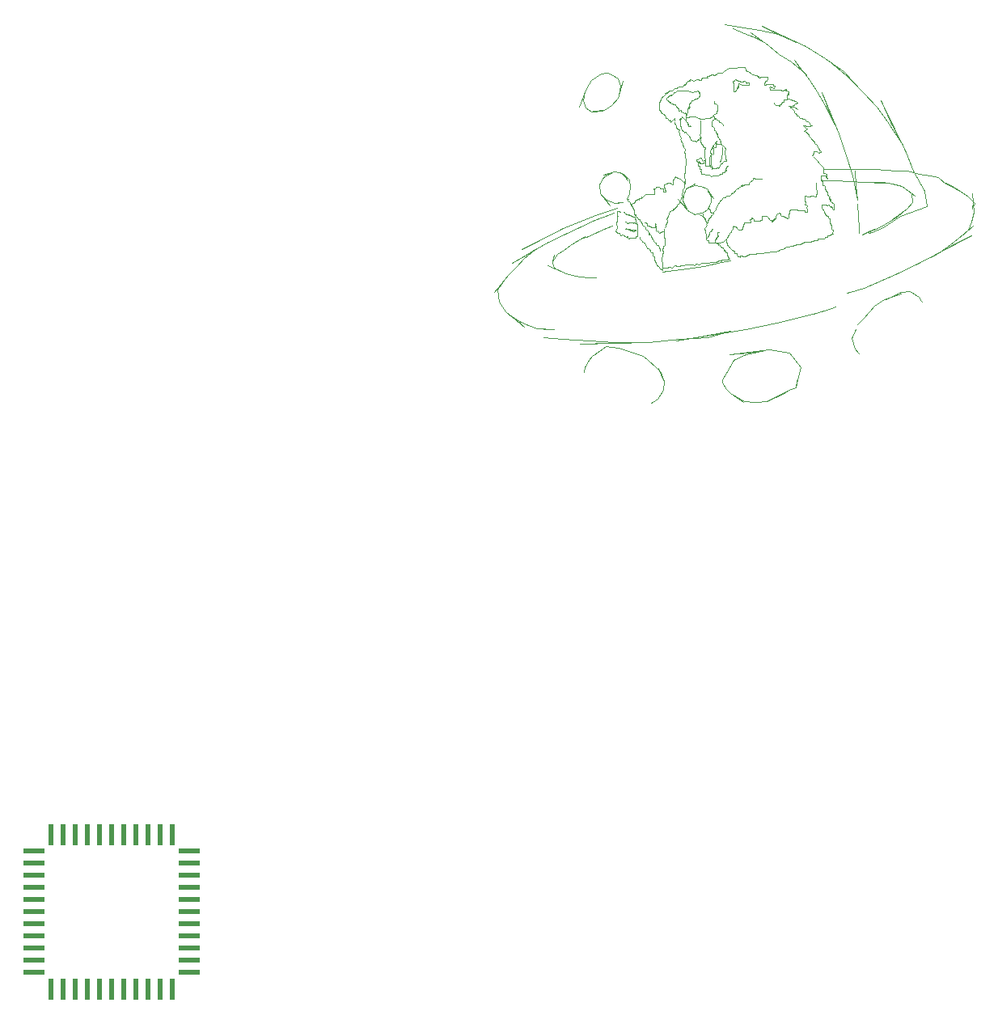
<source format=gbr>
G04 EAGLE Gerber RS-274X export*
G75*
%MOMM*%
%FSLAX34Y34*%
%LPD*%
%INTop Copper*%
%IPPOS*%
%AMOC8*
5,1,8,0,0,1.08239X$1,22.5*%
G01*
%ADD10R,0.600000X2.200000*%
%ADD11R,2.200000X0.600000*%
%ADD12C,0.000000*%


D10*
X-228600Y55600D03*
X-241300Y55600D03*
X-254000Y55600D03*
X-266700Y55600D03*
X-279400Y55600D03*
X-292100Y55600D03*
D11*
X-309600Y38100D03*
X-309600Y25400D03*
X-309600Y12700D03*
X-309600Y0D03*
X-309600Y-12700D03*
X-309600Y-25400D03*
X-309600Y-38100D03*
X-309600Y-50800D03*
X-309600Y-63500D03*
X-309600Y-76200D03*
X-309600Y-88900D03*
D10*
X-292100Y-106400D03*
X-279400Y-106400D03*
X-266700Y-106400D03*
X-254000Y-106400D03*
X-241300Y-106400D03*
X-228600Y-106400D03*
X-215900Y-106400D03*
X-203200Y-106400D03*
X-190500Y-106400D03*
X-177800Y-106400D03*
X-165100Y-106400D03*
D11*
X-147600Y-88900D03*
X-147600Y-76200D03*
X-147600Y-63500D03*
X-147600Y-50800D03*
X-147600Y-38100D03*
X-147600Y-25400D03*
X-147600Y-12700D03*
X-147600Y0D03*
X-147600Y12700D03*
X-147600Y25400D03*
X-147600Y38100D03*
D10*
X-165100Y55600D03*
X-177800Y55600D03*
X-190500Y55600D03*
X-203200Y55600D03*
X-215900Y55600D03*
D12*
X200654Y668045D02*
X216075Y675999D01*
X243492Y690140D01*
X277304Y703433D01*
X295225Y709542D01*
X300380Y711300D01*
X318143Y688612D02*
X319905Y688471D01*
X318143Y688612D02*
X315733Y688805D01*
X313230Y689005D01*
X312488Y689064D01*
X312395Y689072D01*
X316374Y695750D02*
X317502Y695680D01*
X316374Y695750D02*
X314832Y695847D01*
X313230Y695947D01*
X312755Y695977D01*
X312695Y695980D01*
X302085Y717046D02*
X301581Y717007D01*
X302085Y717046D02*
X303051Y717121D01*
X306264Y717418D01*
X297998Y716557D01*
X293993Y718114D01*
X289392Y720154D01*
X284673Y724649D01*
X288662Y719768D01*
X292819Y714098D01*
X282915Y726224D01*
X281882Y735736D01*
X285857Y743254D01*
X295836Y748405D01*
X290979Y746873D01*
X285889Y745691D01*
X296888Y749166D01*
X302879Y748616D01*
X307994Y745854D01*
X311452Y740097D01*
X308660Y743642D01*
X305546Y747373D01*
X313131Y740661D01*
X314316Y734200D01*
X312800Y725995D01*
X310907Y721930D01*
X310292Y720611D01*
X395600Y710699D02*
X396871Y713478D01*
X399123Y718405D01*
X398615Y723479D01*
X395355Y729441D01*
X398119Y725726D01*
X401393Y721800D01*
X394134Y731271D01*
X387935Y733943D01*
X381654Y735181D01*
X374018Y732198D01*
X377665Y734265D01*
X381463Y736639D01*
X372282Y731520D01*
X369987Y725236D01*
X369435Y718719D01*
X372946Y710290D01*
X369106Y715536D01*
X364225Y720919D01*
X374389Y708805D01*
X381383Y704265D01*
X391214Y706728D01*
X394519Y709720D01*
X395600Y710699D01*
X387190Y704691D02*
X389051Y702680D01*
X391561Y699970D01*
X393980Y696890D01*
X394902Y696339D01*
X395000Y696281D01*
X409898Y654336D02*
X419030Y656330D01*
X409898Y654336D02*
X391014Y650213D01*
X367259Y646847D01*
X352754Y644926D01*
X348140Y644315D01*
X295273Y692976D02*
X288648Y690024D01*
X278973Y685714D01*
X268451Y681280D01*
X264503Y680008D01*
X263734Y679760D01*
X259794Y677495D02*
X256524Y675554D01*
X259794Y677495D02*
X266835Y681644D01*
X251359Y672729D01*
X244763Y667111D01*
X238025Y662887D01*
X232868Y655276D01*
X233836Y658552D01*
X234518Y662070D01*
X232696Y654467D01*
X233636Y650302D01*
X236802Y647029D01*
X242228Y645120D01*
X235231Y647908D01*
X227646Y651174D01*
X246880Y642851D01*
X256360Y640317D01*
X270161Y638193D01*
X276428Y638283D01*
X278152Y638307D01*
X565824Y687492D02*
X569821Y689372D01*
X565824Y687492D02*
X557224Y683468D01*
X576181Y692216D01*
X584663Y697248D01*
X593170Y702447D01*
X601805Y709578D01*
X595641Y704669D01*
X588713Y699313D01*
X603453Y710422D01*
X609546Y717285D01*
X608886Y726370D01*
X601770Y731408D01*
X606593Y728070D01*
X611795Y724450D01*
X598443Y734152D01*
X588747Y736374D01*
X578850Y738410D01*
X564356Y738399D01*
X572796Y738080D01*
X581919Y737576D01*
X557848Y738856D01*
X545892Y739254D01*
X526441Y739859D01*
X516806Y740073D01*
X513950Y740136D01*
X516653Y751851D02*
X524641Y751938D01*
X538548Y752088D01*
X554767Y752093D01*
X570274Y752266D01*
X582503Y751102D01*
X592816Y750543D01*
X604275Y749906D01*
X616112Y747003D01*
X628218Y745031D01*
X636787Y743757D01*
X644373Y737024D01*
X651021Y733886D01*
X659716Y728998D01*
X652552Y733004D01*
X644550Y737436D01*
X662264Y727772D01*
X668127Y723527D01*
X674666Y716693D01*
X672565Y710913D01*
X673169Y718319D01*
X672434Y726565D01*
X673850Y706854D01*
X671637Y697281D01*
X668129Y688134D01*
X660087Y681824D01*
X666374Y686840D01*
X673316Y692434D01*
X656770Y679071D01*
X649023Y673259D01*
X640040Y666655D01*
X629347Y660012D01*
X649466Y671226D01*
X671349Y682584D01*
X616695Y653598D01*
X592100Y641768D01*
X558820Y627763D01*
X544757Y623452D01*
X541285Y622387D01*
X224913Y584475D02*
X223783Y584539D01*
X224913Y584475D02*
X227131Y584350D01*
X234380Y584108D01*
X216426Y584954D01*
X207718Y588528D01*
X197869Y592512D01*
X186558Y600700D01*
X194680Y594111D01*
X203540Y586630D01*
X183547Y602660D01*
X176706Y613412D01*
X175129Y626039D01*
X182901Y636765D01*
X177738Y630084D01*
X172035Y622892D01*
X186105Y640935D01*
X194459Y649468D01*
X203525Y658899D01*
X216050Y668713D01*
X204224Y661133D01*
X190687Y653377D01*
X226948Y674788D01*
X246112Y684104D01*
X277096Y698266D01*
X292740Y704613D01*
X297376Y706494D01*
X243040Y574283D02*
X223870Y575675D01*
X243040Y574283D02*
X271532Y572213D01*
X296996Y570475D01*
X320332Y570657D01*
X292220Y569901D01*
X261491Y568754D01*
X333600Y571042D01*
X365410Y573789D01*
X395633Y575967D01*
X418876Y582617D01*
X392147Y577279D01*
X362481Y572890D01*
X435443Y584293D01*
X466972Y590732D01*
X508667Y600899D01*
X525215Y606561D01*
X529302Y607960D01*
X414745Y538918D02*
X410783Y531921D01*
X414745Y538918D02*
X422132Y551962D01*
X435332Y558302D01*
X455837Y562105D01*
X437848Y560036D01*
X417839Y558316D01*
X459700Y563011D01*
X481168Y559720D01*
X493124Y544891D01*
X487753Y524947D01*
X488886Y529618D01*
X489561Y532646D01*
X487920Y523560D01*
X480236Y520688D01*
X473904Y516330D01*
X460933Y511113D01*
X469081Y514790D01*
X477790Y519019D01*
X457472Y508628D01*
X444957Y508054D01*
X433410Y508713D01*
X420806Y516453D01*
X426463Y512551D01*
X432366Y508309D01*
X419368Y517483D01*
X414787Y521454D01*
X410393Y528418D01*
X410707Y531236D01*
X410783Y531921D01*
X619210Y614072D02*
X619984Y612775D01*
X619210Y614072D02*
X616712Y618255D01*
X606950Y623959D01*
X598102Y622899D01*
X581464Y615961D01*
X589617Y618962D01*
X597391Y621821D01*
X580137Y615824D01*
X569465Y608540D01*
X558589Y596371D01*
X552242Y589269D01*
X549948Y584063D02*
X546088Y575304D01*
X549588Y564185D01*
X552927Y559965D01*
X553941Y558683D01*
X332608Y551960D02*
X327522Y556134D01*
X332608Y551960D02*
X340360Y545599D01*
X346402Y539155D01*
X348960Y530918D01*
X346591Y537126D01*
X343655Y543753D01*
X349783Y530161D01*
X348866Y521202D01*
X342433Y511763D01*
X337888Y508191D01*
X336426Y507041D01*
X327522Y556134D02*
X317766Y559676D01*
X302612Y565179D01*
X288716Y566664D01*
X276317Y557622D01*
X280604Y560988D01*
X284878Y564402D01*
X274679Y556464D01*
X270959Y551860D01*
X266821Y544321D01*
X265819Y540550D01*
X265536Y539482D01*
X406769Y778454D02*
X409117Y778284D01*
X406769Y778454D02*
X403201Y778710D01*
X400279Y776778D01*
X399487Y773417D01*
X400293Y775036D01*
X401338Y776674D01*
X397755Y771182D01*
X398878Y766302D01*
X398727Y758222D01*
X399312Y753437D01*
X399505Y751851D01*
X294648Y850889D02*
X290768Y853079D01*
X294648Y850889D02*
X301485Y847030D01*
X303799Y839566D01*
X302261Y829711D01*
X304260Y836535D01*
X306854Y843938D01*
X301461Y826429D01*
X294341Y819074D01*
X286763Y813650D01*
X274731Y812756D01*
X280046Y812832D01*
X285562Y812881D01*
X273649Y812184D01*
X267472Y816702D01*
X265273Y823576D01*
X266704Y833399D01*
X264269Y825765D01*
X260909Y817501D01*
X268195Y836872D01*
X273413Y844761D01*
X283924Y851942D01*
X289251Y852827D01*
X290768Y853079D01*
X563513Y684866D02*
X567178Y686260D01*
X579444Y690924D01*
X596893Y703221D01*
X624876Y712943D01*
X621898Y729528D01*
X610216Y750022D01*
X602417Y769938D01*
X576133Y824082D01*
X587817Y799226D01*
X599247Y777396D01*
X583460Y802194D01*
X571957Y817196D01*
X557734Y832473D01*
X550296Y840463D01*
X539901Y849945D02*
X524308Y864169D01*
X540203Y849858D01*
X554421Y836161D01*
X537562Y854604D01*
X518106Y867995D01*
X497388Y881029D01*
X452434Y901671D01*
X470994Y892934D01*
X487825Y885195D01*
X469062Y893347D01*
X449763Y897494D01*
X427250Y901170D01*
X412722Y903543D01*
X421296Y899700D02*
X433831Y894082D01*
X444256Y889779D01*
X453102Y885746D01*
X446639Y889813D01*
X439800Y894857D01*
X458912Y881235D01*
X470174Y872617D01*
X482183Y864600D01*
X498329Y850799D01*
X492053Y858221D01*
X485949Y866390D01*
X502029Y845520D01*
X509621Y833027D01*
X518524Y818842D01*
X528640Y798820D01*
X521672Y814804D01*
X514449Y832690D01*
X532355Y789530D01*
X539846Y766612D01*
X547295Y745626D01*
X552267Y720028D01*
X550581Y734722D01*
X549337Y750487D01*
X550633Y735265D01*
X551498Y725117D01*
X552061Y715816D02*
X552833Y703089D01*
X553634Y689873D01*
X553871Y685956D01*
X553901Y685467D01*
X317161Y716743D02*
X316600Y716706D01*
X317161Y716743D02*
X318436Y716827D01*
X319369Y718324D01*
X319839Y719716D01*
X320621Y719772D01*
X320975Y719669D01*
X321401Y719603D01*
X321483Y719911D01*
X321361Y720084D01*
X321394Y720468D01*
X322089Y720357D01*
X322529Y720265D01*
X323210Y720156D01*
X323262Y720523D01*
X323153Y720703D01*
X323240Y721140D01*
X324078Y721289D01*
X324743Y721736D01*
X325581Y721885D01*
X325667Y722322D01*
X325560Y722501D01*
X325595Y722813D01*
X326055Y722800D01*
X326391Y722609D01*
X327044Y722718D01*
X327397Y723562D01*
X328145Y724393D01*
X329070Y725148D01*
X330191Y725409D01*
X331227Y725382D01*
X332539Y725885D01*
X334712Y725892D01*
X336862Y726093D01*
X339757Y725831D01*
X339659Y728288D01*
X339246Y729748D01*
X339013Y731655D01*
X340029Y732008D01*
X340617Y732059D01*
X341273Y732195D01*
X341334Y732753D01*
X341128Y733094D01*
X341206Y733786D01*
X342479Y733281D01*
X343466Y733332D01*
X344744Y733190D01*
X345080Y732540D01*
X345194Y732114D01*
X345488Y731526D01*
X346468Y731392D01*
X347399Y731466D01*
X348670Y731260D01*
X348614Y729918D01*
X348747Y728386D01*
X350909Y728624D01*
X350440Y731378D01*
X349956Y733344D01*
X349800Y736057D01*
X351967Y736863D01*
X353883Y737532D01*
X355886Y737424D01*
X357135Y736620D01*
X357868Y736226D01*
X358987Y735664D01*
X359253Y737460D01*
X359026Y738672D01*
X359152Y740241D01*
X360030Y741522D01*
X360842Y742595D01*
X361457Y743955D01*
X362734Y743540D01*
X363647Y743064D01*
X365138Y742332D01*
X367076Y740675D01*
X368900Y739655D01*
X371408Y737016D01*
X371488Y739229D01*
X371378Y740452D01*
X371060Y744362D01*
X371945Y751139D01*
X372603Y760256D01*
X371626Y766828D01*
X371036Y770388D01*
X371461Y771746D01*
X371442Y773030D01*
X370886Y773796D01*
X370458Y774366D01*
X370055Y774851D01*
X370000Y775389D01*
X370133Y775772D01*
X370104Y776260D01*
X369694Y776627D01*
X369239Y776938D01*
X368838Y777306D01*
X368783Y777782D01*
X368889Y778173D01*
X368867Y778985D01*
X368356Y780072D01*
X367798Y781483D01*
X367041Y782533D01*
X366944Y783603D01*
X367177Y784376D01*
X367141Y785212D01*
X366680Y785810D01*
X366241Y786376D01*
X365706Y787157D01*
X365511Y788376D01*
X365690Y789808D01*
X365258Y790908D01*
X365214Y791829D01*
X365376Y792404D01*
X365317Y793158D01*
X364377Y793541D01*
X363670Y794185D01*
X362598Y794879D01*
X362410Y796191D01*
X362112Y797714D01*
X361887Y798613D01*
X360899Y800565D01*
X361231Y799225D01*
X360318Y799531D01*
X360408Y800206D01*
X360409Y800791D01*
X360442Y801232D01*
X360456Y801414D01*
X360522Y802796D02*
X360644Y805356D01*
X358252Y803109D01*
X356505Y801441D01*
X356005Y802410D01*
X355886Y802815D01*
X355716Y803269D01*
X355226Y803317D01*
X354868Y803110D01*
X354296Y803196D01*
X354029Y803827D01*
X353672Y804415D01*
X353347Y805060D01*
X352636Y805239D01*
X352080Y805417D01*
X351395Y805499D01*
X351343Y806046D01*
X351550Y806400D01*
X351472Y806934D01*
X351008Y807167D01*
X350528Y807484D01*
X350056Y808432D01*
X349013Y809587D01*
X347558Y810664D01*
X346108Y811158D01*
X345929Y812046D01*
X346124Y812385D01*
X346137Y812846D01*
X345824Y812879D01*
X345651Y812777D01*
X345337Y812810D01*
X345357Y813278D01*
X345517Y813580D01*
X345537Y814048D01*
X345223Y814081D01*
X345050Y813977D01*
X344696Y814024D01*
X344802Y814669D01*
X344783Y815200D01*
X344899Y816368D01*
X344617Y818086D01*
X344540Y820233D01*
X344453Y821992D01*
X345014Y822667D01*
X345254Y822816D01*
X345501Y823058D01*
X345470Y823481D01*
X345327Y823825D01*
X345345Y824260D01*
X345649Y824295D01*
X345829Y824187D01*
X346317Y824288D01*
X346440Y825251D01*
X346663Y826223D01*
X347190Y827383D01*
X348519Y828175D01*
X349612Y829241D01*
X350829Y829942D01*
X350971Y830701D01*
X350632Y831200D01*
X351354Y831467D01*
X351866Y831500D01*
X352240Y831332D01*
X352721Y831386D01*
X352738Y831887D01*
X352555Y832220D01*
X352570Y832728D01*
X353098Y832802D01*
X353389Y832509D01*
X353871Y832550D01*
X353891Y832880D01*
X353771Y833054D01*
X353852Y833362D01*
X354285Y833288D01*
X354612Y833220D01*
X355044Y833146D01*
X355126Y833454D01*
X355001Y833631D01*
X355057Y834059D01*
X355870Y834106D01*
X356604Y834252D01*
X357691Y834453D01*
X358669Y835243D01*
X359834Y836043D01*
X360730Y836903D01*
X361698Y836890D01*
X362218Y836785D01*
X362862Y836711D01*
X362912Y837071D01*
X362808Y837246D01*
X362841Y837552D01*
X363277Y837569D01*
X363620Y837426D01*
X364044Y837395D01*
X364285Y837642D01*
X364434Y837882D01*
X364982Y838349D01*
X366382Y838231D01*
X367855Y838315D01*
X369340Y838334D01*
X369710Y839050D01*
X369833Y839468D01*
X370007Y839909D01*
X370503Y840019D01*
X370839Y839713D01*
X371371Y839792D01*
X371658Y840637D01*
X370299Y840281D01*
X371583Y841055D01*
X372080Y841089D01*
X372276Y840997D01*
X372632Y841089D01*
X372733Y841680D01*
X372788Y842275D01*
X373056Y842969D01*
X373807Y843469D01*
X374586Y844059D01*
X375255Y844687D01*
X375910Y844713D01*
X376260Y844556D01*
X376693Y844577D01*
X376729Y844880D01*
X376618Y845062D01*
X376915Y846250D01*
X381187Y844428D01*
X383834Y845892D01*
X388388Y844708D01*
X388751Y846075D01*
X388633Y846265D01*
X388823Y847021D01*
X390473Y847251D01*
X392336Y847428D01*
X393494Y847483D01*
X395257Y847983D01*
X394442Y848334D01*
X394807Y849281D01*
X396249Y849493D01*
X397836Y850030D01*
X399314Y850745D01*
X400791Y850745D01*
X401814Y850535D01*
X403061Y850357D01*
X403165Y850885D01*
X403058Y851064D01*
X403092Y851371D01*
X403536Y851377D01*
X403877Y851212D01*
X404399Y851234D01*
X404727Y851682D01*
X405058Y852130D01*
X405703Y852686D01*
X406906Y852799D01*
X408304Y852795D01*
X410274Y853111D01*
X412414Y854414D01*
X414991Y855806D01*
X417523Y857589D01*
X421130Y857758D01*
X424959Y857503D01*
X427845Y858278D01*
X429529Y858599D01*
X430135Y858523D01*
X431657Y858421D01*
X433890Y858531D01*
X435493Y856301D01*
X436072Y854394D01*
X437541Y854041D01*
X438279Y853941D01*
X439128Y853904D01*
X439212Y853471D01*
X439098Y853286D01*
X439212Y852789D01*
X440131Y852458D01*
X441071Y851876D01*
X441938Y851234D01*
X442800Y851245D01*
X443318Y851351D01*
X443974Y851423D01*
X444008Y851051D01*
X443881Y850871D01*
X444031Y850438D01*
X444802Y850468D01*
X445564Y850326D01*
X446255Y850144D01*
X446776Y849878D01*
X447119Y849650D01*
X447635Y849583D01*
X447530Y849254D01*
X447484Y849062D01*
X447572Y848777D01*
X448019Y848729D01*
X448310Y849017D01*
X448782Y848977D01*
X448820Y848663D01*
X448710Y848480D01*
X448943Y847515D01*
X452247Y848834D01*
X454902Y848128D01*
X457393Y848232D01*
X458380Y848273D01*
X458252Y847937D01*
X457996Y847267D01*
X457622Y846242D01*
X457219Y845319D01*
X456738Y844426D01*
X455965Y844410D01*
X455347Y844224D01*
X455275Y843641D01*
X455461Y843310D01*
X455476Y842849D01*
X455162Y842815D01*
X454990Y842918D01*
X454633Y842873D01*
X454802Y842194D01*
X454725Y841695D01*
X454740Y840359D01*
X458028Y841205D01*
X460150Y840642D01*
X463536Y840862D01*
X463845Y839656D01*
X463734Y839472D01*
X463772Y839159D01*
X464241Y839115D01*
X464546Y839421D01*
X465430Y839204D01*
X464518Y836962D01*
X462443Y837408D01*
X460355Y837978D01*
X460008Y837088D01*
X460134Y836683D01*
X460204Y836021D01*
X460400Y834917D01*
X461885Y834958D01*
X463074Y835080D01*
X464391Y835050D01*
X465589Y835060D01*
X467468Y835042D01*
X470671Y835241D01*
X473900Y834439D01*
X477295Y835948D01*
X477863Y834516D01*
X477040Y834167D01*
X478464Y833767D01*
X479104Y833683D01*
X480091Y833150D01*
X479970Y832237D01*
X480060Y831434D01*
X480054Y830844D01*
X480145Y830170D01*
X479232Y829864D01*
X479564Y831200D01*
X478494Y829135D01*
X478381Y828003D01*
X477935Y826386D01*
X477908Y824737D01*
X476750Y824723D01*
X476059Y824953D01*
X475060Y824987D01*
X474903Y824009D01*
X474889Y823271D01*
X474790Y822433D01*
X474165Y822279D01*
X473835Y822599D01*
X473336Y822487D01*
X473167Y822041D01*
X473025Y821646D01*
X472904Y821235D01*
X472588Y821185D01*
X472410Y821290D01*
X472098Y821256D01*
X472113Y820794D01*
X472293Y820467D01*
X472253Y819968D01*
X471793Y819806D01*
X471405Y819664D01*
X470992Y819542D01*
X470941Y819227D01*
X471053Y819044D01*
X470920Y818427D01*
X469167Y818897D01*
X467898Y818733D01*
X466190Y818586D01*
X465544Y819669D01*
X464860Y820382D01*
X464517Y821003D01*
X464387Y821239D01*
X372718Y807239D02*
X372471Y806220D01*
X372718Y807239D02*
X373308Y809677D01*
X374378Y812439D01*
X374065Y815636D01*
X375081Y815890D01*
X375262Y815780D01*
X375574Y815814D01*
X375555Y816281D01*
X375395Y816584D01*
X375375Y817051D01*
X375688Y817085D01*
X375866Y816978D01*
X376410Y817085D01*
X376152Y818401D01*
X375958Y819324D01*
X375819Y820574D01*
X376470Y820878D01*
X376877Y821004D01*
X377331Y821172D01*
X377377Y821664D01*
X377178Y822015D01*
X377223Y822508D01*
X377681Y822671D01*
X378070Y822814D01*
X378483Y822935D01*
X378532Y823251D01*
X378427Y823429D01*
X378461Y823734D01*
X378895Y823755D01*
X379247Y823595D01*
X379842Y823629D01*
X380528Y824054D01*
X381277Y824444D01*
X382056Y824635D01*
X382139Y825052D01*
X382029Y825232D01*
X382083Y825599D01*
X382755Y825496D01*
X383239Y825370D01*
X383923Y825336D01*
X384122Y825843D01*
X384247Y826253D01*
X384475Y826740D01*
X385087Y826920D01*
X385673Y826981D01*
X386332Y827113D01*
X386386Y827676D01*
X386204Y828003D01*
X386189Y828465D01*
X386502Y828500D01*
X386679Y828392D01*
X387191Y828490D01*
X386863Y829829D01*
X386893Y830688D01*
X387175Y832069D01*
X386457Y832153D01*
X386133Y831967D01*
X385671Y831954D01*
X385635Y832265D01*
X385746Y832447D01*
X385289Y834176D01*
X378926Y832242D01*
X373806Y833920D01*
X368528Y833721D01*
X365621Y833968D01*
X364299Y833983D01*
X362945Y834110D01*
X362568Y833452D01*
X362241Y832996D01*
X361783Y832628D01*
X361229Y832604D01*
X360847Y832787D01*
X360203Y832612D01*
X359817Y831749D01*
X359020Y830851D01*
X358071Y830121D01*
X355051Y829203D01*
X356905Y829939D01*
X357001Y828908D01*
X356224Y828967D01*
X355692Y829069D01*
X354931Y829132D01*
X354424Y828496D01*
X354162Y827861D01*
X353914Y827117D01*
X353059Y827117D01*
X352034Y826375D01*
X352551Y824856D01*
X353389Y823698D01*
X354289Y822764D01*
X354806Y821891D01*
X355477Y821672D01*
X355816Y822000D01*
X356312Y821886D01*
X356485Y821443D01*
X356614Y821035D01*
X356848Y820481D01*
X357719Y820548D01*
X358351Y820699D01*
X359237Y820853D01*
X359309Y820427D01*
X359201Y820249D01*
X359254Y819882D01*
X359923Y819981D01*
X360426Y820130D01*
X361267Y820088D01*
X361663Y819305D01*
X361954Y818420D01*
X362174Y817751D01*
X363013Y816072D01*
X362694Y817424D01*
X363587Y817090D01*
X363648Y816423D01*
X363876Y815878D01*
X363911Y815235D01*
X364271Y815177D01*
X364452Y815286D01*
X364827Y815220D01*
X364917Y814602D01*
X364997Y814051D01*
X365156Y813325D01*
X365908Y813352D01*
X366397Y813483D01*
X367052Y813581D01*
X367130Y813229D01*
X367039Y813043D01*
X367072Y812529D01*
X367998Y812062D01*
X368970Y811536D01*
X369941Y811043D01*
X370738Y810814D01*
X371419Y810857D01*
X372525Y809886D01*
X372401Y807358D01*
X372473Y804501D01*
X372502Y802018D01*
X373445Y800964D01*
X373939Y800688D01*
X374320Y800281D01*
X374299Y799793D01*
X374222Y799434D01*
X374168Y799016D01*
X374473Y798934D01*
X374647Y799056D01*
X375031Y799022D01*
X374925Y798331D01*
X374806Y797874D01*
X374751Y797084D01*
X375529Y797138D01*
X376050Y797272D01*
X376710Y797353D01*
X377026Y796691D01*
X376302Y796527D01*
X376869Y796574D01*
X377277Y796608D01*
X374227Y806432D02*
X372471Y806220D01*
X374227Y806432D02*
X377432Y806820D01*
X382237Y806797D01*
X385531Y805043D01*
X388646Y804595D01*
X391063Y804853D01*
X393255Y805044D01*
X395251Y805012D01*
X396673Y805280D01*
X398225Y805214D01*
X398360Y805827D01*
X398251Y806009D01*
X398289Y806323D01*
X398758Y806366D01*
X399064Y806064D01*
X399569Y806172D01*
X399738Y806617D01*
X399874Y807020D01*
X400039Y807475D01*
X400531Y807521D01*
X400882Y807320D01*
X401438Y807380D01*
X401575Y808034D01*
X401625Y808631D01*
X401893Y809361D01*
X402685Y809729D01*
X403554Y810190D01*
X404294Y810813D01*
X404522Y811648D01*
X404696Y812207D01*
X404764Y812823D01*
X405123Y812882D01*
X405300Y812775D01*
X405652Y812823D01*
X405547Y813467D01*
X405564Y813998D01*
X405454Y815222D01*
X405560Y816749D01*
X405284Y818610D01*
X404667Y819931D01*
X403725Y820327D01*
X403116Y820360D01*
X402377Y820558D01*
X402410Y821447D01*
X402447Y822203D01*
X402491Y822794D01*
X402509Y823041D01*
X372471Y806220D02*
X372443Y805285D01*
X372378Y803141D01*
X370318Y805757D01*
X368574Y807348D01*
X367990Y806472D01*
X367843Y806035D01*
X367628Y805510D01*
X366916Y804045D01*
X367214Y805415D01*
X365798Y804789D01*
X366395Y802806D01*
X366193Y800698D01*
X366526Y798908D01*
X366410Y797778D01*
X366430Y797247D01*
X366324Y796602D01*
X366677Y796555D01*
X366851Y796659D01*
X367156Y796625D01*
X367177Y796191D01*
X367018Y795840D01*
X367052Y795244D01*
X367477Y794558D01*
X367867Y793809D01*
X368058Y793030D01*
X368475Y792948D01*
X368654Y793055D01*
X368966Y793020D01*
X368949Y792556D01*
X368778Y792242D01*
X368789Y791724D01*
X369303Y791709D01*
X369640Y791899D01*
X370136Y791856D01*
X370300Y791399D01*
X370436Y791002D01*
X370602Y790547D01*
X371093Y790498D01*
X371452Y790708D01*
X372072Y790599D01*
X372395Y789931D01*
X372913Y789252D01*
X374130Y788592D01*
X375479Y786798D01*
X376943Y784600D01*
X377976Y782162D01*
X380163Y781632D01*
X381803Y781296D01*
X383689Y781148D01*
X384129Y781977D01*
X384250Y782393D01*
X384420Y782832D01*
X384885Y782916D01*
X385256Y782746D01*
X385849Y782751D01*
X386305Y783349D01*
X386594Y783961D01*
X386723Y784578D01*
X387098Y784648D01*
X387283Y784534D01*
X388197Y784756D01*
X386963Y787851D01*
X387648Y790336D01*
X387425Y793794D01*
X387618Y796779D01*
X387981Y799978D01*
X388054Y802120D01*
X388091Y803216D01*
X411043Y798496D02*
X411520Y797809D01*
X411043Y798496D02*
X410220Y799680D01*
X408755Y800991D01*
X407441Y801496D01*
X407256Y802220D01*
X407372Y802407D01*
X407284Y802849D01*
X406276Y802864D01*
X405413Y803321D01*
X404390Y803593D01*
X404068Y804205D01*
X403948Y804620D01*
X403747Y805125D01*
X403067Y805097D01*
X402569Y804945D01*
X401800Y804895D01*
X401849Y805642D01*
X401864Y806192D01*
X401895Y806637D01*
X401908Y806820D01*
X402150Y806307D01*
X402848Y804823D01*
X400305Y803373D01*
X399327Y801307D01*
X399714Y799595D01*
X399891Y798421D01*
X399968Y797192D01*
X400706Y796578D01*
X401378Y796086D01*
X402026Y795411D01*
X402101Y794339D01*
X402232Y793437D01*
X402247Y792441D01*
X402717Y792346D01*
X402902Y792459D01*
X403330Y792372D01*
X403480Y791585D01*
X403845Y790874D01*
X404045Y790043D01*
X404520Y789943D01*
X404699Y790051D01*
X405012Y790017D01*
X404993Y789549D01*
X404832Y789249D01*
X404813Y788772D01*
X405139Y788754D01*
X405318Y788878D01*
X405862Y788681D01*
X405705Y787516D01*
X405837Y786413D01*
X406045Y785063D01*
X406903Y783966D01*
X407714Y782800D01*
X408523Y781890D01*
X408609Y780979D01*
X408424Y780395D01*
X408503Y779586D01*
X409103Y778734D01*
X409634Y777703D01*
X410265Y776750D01*
X411099Y776146D01*
X411938Y775614D01*
X413093Y774817D01*
X413614Y772846D01*
X413148Y770656D01*
X413229Y768377D01*
X413979Y765797D01*
X414055Y763558D01*
X414620Y760603D01*
X413323Y760442D01*
X412759Y760592D01*
X411942Y760642D01*
X411383Y759768D01*
X410810Y759031D01*
X410522Y758150D01*
X409897Y758054D01*
X409553Y758253D01*
X409041Y758235D01*
X409025Y757723D01*
X409216Y757385D01*
X409172Y756889D01*
X408715Y756725D01*
X408316Y756590D01*
X407874Y756423D01*
X407790Y755958D01*
X407962Y755586D01*
X407949Y755058D01*
X407481Y754524D01*
X407081Y753948D01*
X406802Y753343D01*
X406342Y753183D01*
X405940Y753300D01*
X405106Y753422D01*
X403626Y753156D01*
X401898Y753114D01*
X400049Y753082D01*
X399429Y754266D01*
X398171Y754920D01*
X396808Y755212D01*
X395237Y755110D01*
X394104Y754986D01*
X392492Y754996D01*
X392489Y757119D01*
X392708Y758625D01*
X392690Y760630D01*
X391272Y760911D01*
X390326Y760826D01*
X389195Y760987D01*
X388999Y762002D01*
X388917Y762764D01*
X388750Y763879D01*
X387189Y763937D01*
X386117Y763202D01*
X385367Y762352D01*
X384658Y762314D01*
X384279Y762497D01*
X383385Y762268D01*
X383489Y760259D01*
X384937Y759408D01*
X386268Y758949D01*
X386673Y758189D01*
X387155Y757525D01*
X387725Y757545D01*
X388091Y757558D01*
X415992Y755276D02*
X416327Y755756D01*
X415992Y755276D02*
X415140Y754053D01*
X414337Y752391D01*
X414402Y750449D01*
X413716Y750292D01*
X413535Y750401D01*
X413224Y750366D01*
X413237Y749905D01*
X413425Y749574D01*
X413331Y748877D01*
X412211Y748823D01*
X411371Y748747D01*
X410298Y748780D01*
X410215Y748121D01*
X410423Y747770D01*
X410345Y747152D01*
X409482Y747055D01*
X408727Y747053D01*
X407931Y746872D01*
X407626Y746347D01*
X407301Y745874D01*
X406295Y745231D01*
X403919Y745312D01*
X401221Y745091D01*
X398717Y744626D01*
X397498Y745357D01*
X396748Y745843D01*
X395406Y746372D01*
X393254Y746346D01*
X391069Y746598D01*
X388642Y746772D01*
X388567Y748193D01*
X388760Y748850D01*
X388906Y749731D01*
X388480Y749803D01*
X388303Y749695D01*
X387935Y749747D01*
X388039Y750420D01*
X388165Y750904D01*
X388198Y751588D01*
X387692Y751788D01*
X387281Y751910D01*
X386688Y752201D01*
X386559Y753180D01*
X386619Y754127D01*
X386489Y755104D01*
X385899Y755398D01*
X385479Y755514D01*
X384869Y755799D01*
X384942Y756918D01*
X385314Y757742D01*
X385440Y758724D01*
X385896Y758816D01*
X386077Y758706D01*
X386429Y758755D01*
X386389Y759341D01*
X386137Y759683D01*
X386436Y760268D01*
X386977Y758996D01*
X387504Y758431D01*
X387895Y757849D01*
X387536Y783408D02*
X387490Y783992D01*
X387536Y783408D02*
X387640Y782102D01*
X387966Y780427D01*
X388153Y778706D01*
X388899Y778527D01*
X389080Y778637D01*
X389391Y778602D01*
X389377Y778140D01*
X389196Y777813D01*
X389237Y777314D01*
X389695Y777151D01*
X390091Y777015D01*
X390548Y776850D01*
X390594Y776357D01*
X390394Y776006D01*
X390441Y775514D01*
X390893Y775345D01*
X391308Y775226D01*
X392448Y774584D01*
X391681Y771126D01*
X392360Y767679D01*
X392231Y764325D01*
X392387Y762085D01*
X392415Y760755D01*
X392487Y759055D01*
X390840Y758734D01*
X389532Y758113D01*
X388571Y757743D01*
X404436Y781075D02*
X404912Y781589D01*
X404436Y781075D02*
X403257Y779802D01*
X403417Y777447D01*
X403647Y775210D01*
X402699Y774742D01*
X402241Y774695D01*
X401469Y774035D01*
X401691Y771961D01*
X400903Y770162D01*
X401239Y767844D01*
X400289Y767658D01*
X399919Y767886D01*
X398932Y767659D01*
X398300Y765984D01*
X397329Y764102D01*
X397019Y761676D01*
X397199Y759192D01*
X397055Y756751D01*
X397974Y755577D01*
X398304Y755155D01*
X407916Y759360D02*
X408569Y760939D01*
X409904Y764161D01*
X410305Y769521D01*
X410314Y773133D01*
X410319Y774980D01*
X424737Y833855D02*
X425689Y836327D01*
X426797Y839207D01*
X425622Y836509D01*
X427357Y837327D01*
X427459Y838441D01*
X427383Y839458D01*
X427864Y841381D01*
X432054Y840235D01*
X434587Y840423D01*
X438556Y840238D01*
X438598Y841499D01*
X438724Y841885D01*
X438556Y842447D01*
X437674Y842342D01*
X437058Y842207D01*
X436168Y842050D01*
X436098Y842476D01*
X436203Y842654D01*
X436167Y842970D01*
X435692Y843008D01*
X435409Y842724D01*
X434935Y842763D01*
X434897Y843077D01*
X435008Y843260D01*
X434709Y844439D01*
X430528Y843601D01*
X427826Y844178D01*
X423965Y846107D01*
X423291Y844878D01*
X423166Y844473D01*
X423040Y844065D01*
X422726Y844013D01*
X422542Y844125D01*
X421724Y843933D01*
X422787Y841246D01*
X422203Y839093D01*
X422341Y836767D01*
X422336Y835457D01*
X422324Y834658D01*
X422362Y834032D01*
X422306Y833613D01*
X422196Y833391D01*
X422503Y833058D01*
X423182Y833422D01*
X423934Y833596D01*
X424469Y833768D01*
X424737Y833855D01*
X479406Y825444D02*
X479810Y825389D01*
X480617Y825279D01*
X481810Y825082D01*
X482744Y825032D01*
X483256Y824690D01*
X483388Y824435D01*
X483668Y824140D01*
X484258Y824234D01*
X484803Y824337D01*
X485453Y824339D01*
X485655Y823845D01*
X485771Y823431D01*
X486005Y822949D01*
X486605Y822761D01*
X487244Y822728D01*
X488118Y822351D01*
X489143Y821114D01*
X487746Y820317D01*
X486808Y820255D01*
X486163Y819675D01*
X485861Y819209D01*
X485490Y818788D01*
X484981Y818793D01*
X484611Y818961D01*
X484146Y818878D01*
X483978Y818436D01*
X483850Y818033D01*
X483590Y817426D01*
X482472Y817669D01*
X481750Y817637D01*
X480065Y817687D01*
X482528Y817060D01*
X483627Y817188D01*
X485581Y817188D01*
X486830Y815999D01*
X488209Y815142D01*
X489215Y814777D01*
X489619Y814630D01*
X482192Y816112D02*
X481809Y816433D01*
X482192Y816112D02*
X482998Y815436D01*
X484274Y814587D01*
X485413Y813756D01*
X485603Y812602D01*
X485859Y811856D01*
X485902Y810952D01*
X486624Y810711D01*
X487287Y810455D01*
X487858Y809886D01*
X488062Y809162D01*
X488374Y808500D01*
X488866Y807991D01*
X489448Y807974D01*
X489827Y808154D01*
X490443Y808000D01*
X490738Y807134D01*
X491222Y806278D01*
X492162Y805392D01*
X493964Y805118D01*
X495568Y804223D01*
X497291Y804148D01*
X497674Y803429D01*
X497787Y803005D01*
X498055Y802457D01*
X499007Y802320D01*
X499963Y801939D01*
X501130Y801521D01*
X501660Y800410D01*
X502212Y799419D01*
X502622Y798500D01*
X503224Y798161D01*
X503634Y798064D01*
X504565Y797572D01*
X500859Y796844D01*
X499923Y796827D01*
X495598Y797824D01*
X497060Y795881D01*
X498159Y795243D01*
X498940Y794487D01*
X499231Y794204D01*
X498919Y793952D02*
X498294Y793446D01*
X497384Y792871D01*
X496452Y791653D01*
X498397Y790725D01*
X499451Y789279D01*
X500931Y788090D01*
X501231Y786970D01*
X501374Y786363D01*
X501622Y785655D01*
X502478Y785295D01*
X503234Y784736D01*
X504032Y784274D01*
X504062Y783775D01*
X503978Y783595D01*
X504004Y783353D01*
X504256Y783345D01*
X504419Y783436D01*
X504677Y783430D01*
X504684Y783171D01*
X504593Y783009D01*
X504600Y782751D01*
X504857Y782744D01*
X505024Y782840D01*
X505339Y782808D01*
X505323Y782344D01*
X505143Y782021D01*
X505188Y781467D01*
X505878Y781389D01*
X506414Y781200D01*
X507179Y781054D01*
X507253Y780173D01*
X507338Y779408D01*
X507582Y778480D01*
X508442Y777933D01*
X509240Y777144D01*
X510033Y776317D01*
X510452Y775367D01*
X510736Y774526D01*
X511094Y773831D01*
X511632Y773531D01*
X512052Y773420D01*
X512553Y773214D01*
X512530Y772540D01*
X512362Y772011D01*
X512357Y771286D01*
X512953Y771080D01*
X513544Y770844D01*
X513612Y770411D01*
X513650Y770174D01*
X512960Y769926D02*
X511267Y769317D01*
X509263Y770316D01*
X506446Y770855D01*
X506337Y769545D01*
X506525Y769009D01*
X506546Y768336D01*
X506041Y768135D01*
X505632Y768009D01*
X505141Y767789D01*
X505006Y767217D01*
X505502Y766600D01*
X504959Y766581D01*
X504638Y766570D01*
X506159Y765017D02*
X509125Y761987D01*
X513141Y757353D01*
X516659Y753837D01*
X516760Y750670D01*
X516408Y749373D01*
X516419Y747818D01*
X517759Y747443D01*
X518674Y747046D01*
X520031Y746781D01*
X520028Y744912D01*
X520039Y743319D01*
X520640Y742307D01*
X520859Y741938D01*
X304585Y707695D02*
X304278Y707424D01*
X303529Y706761D01*
X302418Y707722D01*
X300728Y707989D01*
X300803Y706263D01*
X300881Y704823D01*
X300936Y703997D01*
X301064Y702505D01*
X300893Y703243D01*
X300137Y702841D01*
X300294Y701910D01*
X300286Y700927D01*
X300509Y698823D01*
X299804Y695035D01*
X300110Y690781D01*
X298935Y686672D01*
X300281Y685643D01*
X300886Y685270D01*
X301430Y684847D01*
X302011Y684817D01*
X302388Y684996D01*
X302906Y684881D01*
X303156Y684261D01*
X303556Y683705D01*
X303902Y682956D01*
X304788Y682917D01*
X305542Y683117D01*
X306609Y683123D01*
X307566Y682404D01*
X308810Y681927D01*
X309658Y681269D01*
X310421Y681210D01*
X310796Y681389D01*
X311259Y681303D01*
X311430Y680865D01*
X311550Y680449D01*
X311999Y679605D01*
X314048Y679848D01*
X316088Y679816D01*
X317898Y680119D01*
X319032Y680010D01*
X319579Y680010D01*
X320268Y679938D01*
X320302Y680496D01*
X320106Y680834D01*
X320151Y681330D01*
X320606Y681494D01*
X321010Y681627D01*
X321437Y681802D01*
X321574Y682237D01*
X321459Y682636D01*
X321269Y684072D01*
X321668Y686753D01*
X321806Y690342D01*
X321648Y693469D01*
X320781Y695667D01*
X320240Y697488D01*
X319623Y698948D01*
X319433Y700339D01*
X319256Y701263D01*
X319183Y702431D01*
X318131Y702387D01*
X317505Y702225D01*
X316617Y702073D01*
X316546Y702499D01*
X316654Y702676D01*
X316602Y703045D01*
X315921Y702935D01*
X315478Y702844D01*
X314796Y702733D01*
X314746Y703102D01*
X314849Y703276D01*
X314816Y703590D01*
X314348Y703570D01*
X314046Y703410D01*
X313578Y703390D01*
X313546Y703704D01*
X313647Y703876D01*
X313615Y704191D01*
X313147Y704171D01*
X312845Y704010D01*
X312377Y703991D01*
X312344Y704304D01*
X312449Y704480D01*
X312379Y704907D01*
X311482Y704744D01*
X310906Y704639D01*
X310008Y704476D01*
X309938Y704903D01*
X310044Y705079D01*
X310009Y705391D01*
X309548Y705377D01*
X309218Y705191D01*
X308588Y705271D01*
X308472Y706029D01*
X308524Y706923D01*
X307917Y707034D01*
X307589Y707094D01*
X319491Y687249D02*
X320205Y687269D01*
X319491Y687249D02*
X317792Y687200D01*
X315908Y687721D01*
X313710Y687337D01*
X313540Y688078D01*
X313649Y688258D01*
X313614Y688570D01*
X313147Y688551D01*
X312845Y688391D01*
X312377Y688371D01*
X312344Y688685D01*
X312448Y688859D01*
X312397Y689227D01*
X311723Y689123D01*
X311240Y688996D01*
X310531Y688966D01*
X310383Y689426D01*
X310015Y689778D01*
X309660Y689718D01*
X309391Y689672D01*
X318716Y695698D02*
X319604Y695680D01*
X318716Y695698D02*
X316468Y695743D01*
X313742Y695790D01*
X310845Y695082D01*
X310285Y696169D01*
X310065Y696780D01*
X309630Y696846D01*
X309391Y696881D01*
X329216Y696281D02*
X329778Y696246D01*
X331074Y696166D01*
X331631Y694351D01*
X331787Y692647D01*
X332854Y692580D01*
X333353Y692733D01*
X334024Y692832D01*
X334075Y692463D01*
X333971Y692288D01*
X334005Y691983D01*
X334440Y691964D01*
X334786Y692114D01*
X335302Y692125D01*
X335669Y691700D01*
X335976Y691242D01*
X336520Y690704D01*
X337686Y690791D01*
X338795Y690774D01*
X340117Y690685D01*
X340545Y691696D01*
X340659Y692709D01*
X340587Y693626D01*
X340688Y694382D01*
X340909Y694738D01*
X340668Y695169D01*
X340492Y694928D01*
X340601Y694724D01*
X340654Y694382D01*
X340569Y693856D01*
X340583Y693265D01*
X340502Y692634D01*
X341148Y692324D01*
X341313Y693058D01*
X341153Y691316D01*
X341267Y690420D01*
X341457Y688766D01*
X341484Y687292D01*
X342252Y687160D01*
X342615Y687377D01*
X343185Y687288D01*
X343455Y686658D01*
X343804Y686071D01*
X344356Y685053D01*
X346420Y685773D01*
X347753Y686592D01*
X349675Y686894D01*
X349725Y687863D01*
X349696Y688449D01*
X349620Y688973D01*
X349672Y689321D01*
X349781Y689511D01*
X349642Y689731D01*
X349503Y689511D01*
X349614Y689321D01*
X349677Y688820D01*
X349628Y688070D01*
X349646Y687069D01*
X349632Y685062D01*
X349750Y682124D01*
X350173Y678124D01*
X350132Y674923D01*
X350368Y672701D01*
X349886Y671599D01*
X349002Y671294D01*
X348912Y670348D01*
X348751Y669553D01*
X348339Y668459D01*
X348187Y667026D01*
X348712Y665454D01*
X348254Y662615D01*
X347150Y658272D01*
X347650Y652381D01*
X347781Y648285D01*
X347840Y646418D01*
X347161Y647008D01*
X345804Y648190D01*
X343837Y650005D01*
X341857Y651457D01*
X340894Y653704D01*
X340219Y655735D01*
X339458Y657358D01*
X339358Y658437D01*
X339493Y659026D01*
X339478Y659688D01*
X339086Y660273D01*
X338636Y660827D01*
X338114Y661493D01*
X338014Y662466D01*
X338112Y663480D01*
X337784Y664418D01*
X337049Y664833D01*
X336432Y665193D01*
X335597Y665749D01*
X334947Y666900D01*
X334079Y668127D01*
X333303Y669205D01*
X332608Y669274D01*
X332414Y669177D01*
X331689Y669414D01*
X331341Y671212D01*
X330171Y672760D01*
X329553Y674569D01*
X328406Y675131D01*
X327589Y675453D01*
X326800Y675759D01*
X326445Y676361D01*
X326451Y677007D01*
X326203Y677891D01*
X325318Y678598D01*
X323805Y679246D01*
X323808Y680472D01*
X323810Y681262D01*
X350844Y690874D02*
X350926Y691652D01*
X351090Y693187D01*
X351885Y695330D01*
X352721Y696981D01*
X352612Y698434D01*
X352500Y699431D01*
X352676Y701073D01*
X353744Y703045D01*
X354443Y705502D01*
X355239Y707564D01*
X356650Y708327D01*
X357591Y708906D01*
X358593Y709180D01*
X358710Y709705D01*
X358602Y709885D01*
X358636Y710197D01*
X359103Y710178D01*
X359405Y710018D01*
X359874Y709998D01*
X359905Y710313D01*
X359808Y710482D01*
X359818Y710732D01*
X360059Y710759D01*
X360240Y710673D01*
X361013Y710745D01*
X361888Y711885D01*
X362801Y713331D01*
X363243Y714659D01*
X363893Y715520D01*
X364640Y715653D01*
X365329Y716035D01*
X365645Y716861D01*
X365649Y717692D01*
X365876Y718676D01*
X366433Y719785D01*
X367016Y720914D01*
X367313Y722039D01*
X367871Y722172D01*
X368060Y722054D01*
X369041Y722302D01*
X368314Y725477D01*
X369338Y727884D01*
X368974Y730629D01*
X369839Y731576D01*
X370351Y731844D01*
X371040Y732801D01*
X370944Y734735D01*
X370818Y737095D01*
X370717Y738750D01*
X370669Y739535D01*
X527452Y710132D02*
X527467Y709497D01*
X527452Y710132D02*
X527419Y711512D01*
X527373Y713511D01*
X527125Y715329D01*
X526171Y716416D01*
X525259Y717067D01*
X524442Y717756D01*
X524190Y718678D01*
X524070Y719536D01*
X523980Y720262D01*
X523077Y721526D01*
X523559Y719303D01*
X522633Y721704D01*
X522642Y722533D01*
X522800Y722929D01*
X522697Y723380D01*
X522268Y723555D01*
X521845Y723668D01*
X521130Y724061D01*
X520918Y725476D01*
X520423Y726741D01*
X520475Y728060D01*
X519855Y728411D01*
X519400Y728739D01*
X518993Y729242D01*
X519032Y729964D01*
X519129Y730484D01*
X519203Y731127D01*
X518845Y731178D01*
X518665Y731069D01*
X518192Y731162D01*
X518180Y732160D01*
X518042Y733060D01*
X517988Y734130D01*
X517318Y734756D01*
X516668Y735018D01*
X515966Y735235D01*
X515940Y736046D01*
X515747Y736819D01*
X515334Y738131D01*
X514538Y740108D01*
X514085Y742207D01*
X513671Y745145D01*
X515722Y745050D01*
X516981Y745087D01*
X518598Y745127D01*
X519291Y743940D01*
X520085Y742971D01*
X520601Y742283D01*
X526078Y684659D02*
X526266Y684265D01*
X526078Y684659D02*
X525616Y685626D01*
X526308Y686796D01*
X526685Y688412D01*
X526044Y688522D01*
X525856Y688387D01*
X524465Y688969D01*
X525150Y693099D01*
X523530Y696364D01*
X523538Y699992D01*
X522276Y700732D01*
X521857Y700851D01*
X521407Y701021D01*
X521357Y701510D01*
X521571Y701873D01*
X521398Y702694D01*
X520139Y703248D01*
X519140Y704371D01*
X517907Y704914D01*
X517745Y705706D01*
X517950Y706079D01*
X517929Y706566D01*
X517338Y706846D01*
X517171Y706110D01*
X517323Y707575D01*
X517168Y708249D01*
X516208Y709127D01*
X515310Y710091D01*
X514896Y711720D01*
X514757Y713046D01*
X514704Y714845D01*
X517209Y714503D01*
X519142Y714550D01*
X520892Y714209D01*
X521892Y714360D01*
X522270Y714459D01*
X522676Y714391D01*
X522713Y714092D01*
X522607Y713912D01*
X522671Y713537D01*
X523293Y713451D01*
X523831Y713354D01*
X524453Y713268D01*
X524518Y712892D01*
X524411Y712712D01*
X524449Y712398D01*
X524917Y712354D01*
X525227Y712661D01*
X525917Y712481D01*
X526024Y711551D01*
X526099Y710308D01*
X526945Y709807D01*
X526266Y684265D02*
X525438Y684040D01*
X524016Y683652D01*
X522287Y682866D01*
X520951Y682355D01*
X520807Y681643D01*
X520940Y681456D01*
X520797Y681040D01*
X519986Y681145D01*
X519250Y680993D01*
X518472Y680784D01*
X518165Y680264D01*
X517840Y679790D01*
X516879Y679167D01*
X514885Y679264D01*
X513003Y679129D01*
X510779Y679446D01*
X510587Y678652D01*
X510704Y678464D01*
X510573Y677894D01*
X509422Y677726D01*
X508289Y677896D01*
X506904Y677716D01*
X505683Y676948D01*
X504260Y676403D01*
X502728Y675698D01*
X500788Y675720D01*
X498836Y676182D01*
X496754Y675998D01*
X495112Y674928D01*
X493291Y674195D01*
X491796Y673416D01*
X490393Y673374D01*
X489432Y673598D01*
X488486Y673601D01*
X487971Y673073D01*
X487697Y672571D01*
X486938Y672008D01*
X485611Y671990D01*
X484023Y671945D01*
X482617Y671794D01*
X481588Y671284D01*
X480827Y670821D01*
X480061Y670393D01*
X479197Y670362D01*
X478414Y670535D01*
X477369Y670489D01*
X476318Y669766D01*
X475214Y668881D01*
X474263Y668011D01*
X473190Y667922D01*
X472407Y668087D01*
X471395Y668101D01*
X470400Y667452D01*
X469274Y666747D01*
X468088Y666206D01*
X466965Y666055D01*
X465925Y666043D01*
X465043Y665601D01*
X463999Y665456D01*
X463009Y665692D01*
X461200Y665640D01*
X458795Y664873D01*
X455536Y664595D01*
X453013Y663818D01*
X450938Y663768D01*
X449547Y664115D01*
X447418Y663727D01*
X444852Y662721D01*
X441782Y663013D01*
X439285Y662834D01*
X437601Y661910D01*
X435906Y661582D01*
X434495Y660695D01*
X432637Y660777D01*
X431288Y661004D01*
X429628Y661270D01*
X429486Y660628D01*
X429598Y660446D01*
X429531Y660043D01*
X428691Y660178D01*
X427987Y660164D01*
X427390Y660214D01*
X427140Y660235D01*
X508784Y736174D02*
X508844Y737733D01*
X508784Y736174D02*
X508655Y732763D01*
X509285Y728675D01*
X509169Y723218D01*
X504450Y724221D01*
X501571Y723342D01*
X497134Y724133D01*
X497118Y721073D01*
X497209Y719020D01*
X497484Y717207D01*
X497382Y716081D01*
X497365Y715510D01*
X497334Y714861D01*
X497829Y714666D01*
X498241Y714548D01*
X499091Y714098D01*
X498840Y711754D01*
X499145Y710125D01*
X499871Y706875D01*
X498463Y707229D01*
X497761Y707375D01*
X496808Y707482D01*
X496725Y708121D01*
X496926Y708461D01*
X496891Y709018D01*
X496202Y708947D01*
X495656Y708944D01*
X494440Y708846D01*
X492570Y708866D01*
X490224Y708528D01*
X488887Y709245D01*
X488418Y709497D01*
X487392Y709590D02*
X485439Y709766D01*
X482915Y709488D01*
X480628Y708907D01*
X480442Y707505D01*
X480659Y706737D01*
X480684Y705836D01*
X480218Y705178D01*
X480021Y704354D01*
X479999Y703390D01*
X480022Y702320D01*
X479929Y701309D01*
X479384Y700100D01*
X477418Y700792D01*
X475833Y701629D01*
X474492Y702912D01*
X473369Y702931D01*
X472797Y702776D01*
X472018Y702832D01*
X471734Y703704D01*
X471473Y704494D01*
X470864Y705866D01*
X467949Y705008D01*
X466837Y702554D01*
X466359Y700127D01*
X465159Y699719D01*
X464836Y700035D01*
X464383Y699986D01*
X464323Y699688D01*
X464412Y699494D01*
X464380Y698997D01*
X463603Y697710D01*
X463963Y699077D01*
X462991Y698724D01*
X463148Y698006D01*
X462983Y697027D01*
X461947Y697286D01*
X461884Y697902D01*
X462084Y698259D01*
X462032Y698812D01*
X461398Y698919D01*
X460746Y698635D01*
X459588Y699898D01*
X459018Y701565D01*
X456775Y703148D01*
X454966Y702816D01*
X453551Y702932D01*
X452972Y702969D01*
X452018Y702939D01*
X452034Y701339D01*
X452099Y700226D01*
X452153Y698703D01*
X451346Y698580D01*
X451015Y698770D01*
X450545Y698782D01*
X450525Y698457D01*
X450651Y698277D01*
X450351Y697494D01*
X448117Y698060D01*
X446322Y697883D01*
X443954Y697673D01*
X443249Y699304D01*
X442743Y700558D01*
X441031Y700899D01*
X440901Y700278D01*
X441012Y700094D01*
X440961Y699780D01*
X440550Y699657D01*
X440156Y699521D01*
X439600Y699287D01*
X439653Y698428D01*
X439882Y697728D01*
X439832Y696397D01*
X437579Y696476D01*
X435990Y696197D01*
X433832Y696251D01*
X433638Y695262D01*
X433851Y694902D01*
X433801Y694412D01*
X433349Y694243D01*
X432938Y694120D01*
X432268Y693782D01*
X432226Y692372D01*
X431615Y691249D01*
X431718Y689740D01*
X431137Y689616D01*
X430958Y689724D01*
X430646Y689690D01*
X430660Y689226D01*
X430844Y688906D01*
X430776Y688237D01*
X429633Y688483D01*
X428786Y688387D01*
X427495Y688360D01*
X426885Y689560D01*
X425883Y690485D01*
X425051Y691474D01*
X423901Y691657D01*
X423222Y691966D01*
X422326Y691888D01*
X422287Y692323D01*
X422437Y692500D01*
X422215Y692917D01*
X421995Y691457D01*
X421920Y690839D01*
X421798Y689500D01*
X421029Y688601D01*
X420230Y687701D01*
X419939Y686744D01*
X419718Y685773D01*
X418720Y685628D01*
X417190Y683699D01*
X415358Y680113D01*
X411148Y675962D01*
X407352Y675080D01*
X405513Y674653D01*
X404263Y674626D02*
X401859Y674572D01*
X398834Y674623D01*
X396077Y675015D01*
X395786Y676268D01*
X396010Y676639D01*
X395918Y677206D01*
X395294Y677479D01*
X394687Y677819D01*
X393309Y678721D01*
X393671Y682634D01*
X392951Y686635D01*
X392373Y690519D01*
X393277Y692295D01*
X393751Y693041D01*
X394175Y693773D01*
X394015Y694676D01*
X394106Y695363D01*
X393891Y696265D01*
X394309Y696336D01*
X394493Y696222D01*
X395223Y696402D01*
X395532Y697979D01*
X396232Y699480D01*
X396796Y700940D01*
X397688Y701524D01*
X398298Y701866D01*
X398923Y702137D01*
X399012Y702707D01*
X398796Y703071D01*
X398898Y703691D01*
X399769Y703984D01*
X400548Y704543D01*
X401375Y705191D01*
X401555Y706097D01*
X401668Y706900D01*
X401814Y707654D01*
X402266Y708147D01*
X402757Y708442D01*
X403579Y709448D01*
X404144Y711741D01*
X405587Y714008D01*
X405959Y716516D01*
X406920Y716765D01*
X407107Y716650D01*
X407525Y716728D01*
X407517Y717578D01*
X407686Y718272D01*
X407785Y719173D01*
X408516Y719389D01*
X409131Y719423D01*
X409857Y719706D01*
X410301Y720515D01*
X410915Y721267D01*
X411290Y722081D01*
X411912Y722247D01*
X412293Y722063D01*
X412942Y722097D01*
X413558Y722700D01*
X414292Y723352D01*
X415213Y724068D01*
X416574Y724298D01*
X418003Y724445D01*
X419246Y724883D01*
X419766Y725703D01*
X420110Y726322D01*
X420387Y726919D01*
X420962Y727084D01*
X421303Y726755D01*
X421879Y726918D01*
X422149Y727526D01*
X422523Y728103D01*
X422742Y728694D01*
X423142Y728779D01*
X423330Y728663D01*
X423914Y728807D01*
X424313Y729778D01*
X425156Y730690D01*
X425610Y731644D01*
X426365Y731893D01*
X426710Y731561D01*
X427259Y731710D01*
X427511Y732324D01*
X427922Y732893D01*
X428195Y733530D01*
X428773Y733691D01*
X429108Y733368D01*
X429605Y733481D01*
X429776Y733923D01*
X429911Y734333D01*
X430081Y734777D01*
X430585Y734885D01*
X430891Y734584D01*
X431360Y734626D01*
X431397Y734941D01*
X431291Y735119D01*
X431362Y735545D01*
X432259Y735383D01*
X432836Y735277D01*
X433732Y735115D01*
X433803Y735541D01*
X433694Y735719D01*
X433761Y736124D01*
X434602Y735988D01*
X435304Y736002D01*
X436154Y735928D01*
X436988Y735870D01*
X437747Y735827D01*
X438699Y735808D01*
X438859Y736761D01*
X438839Y737529D01*
X439060Y738386D01*
X439755Y738760D01*
X440340Y739121D01*
X440931Y739341D01*
X441014Y739743D01*
X440903Y739926D01*
X440962Y740286D01*
X441611Y740322D01*
X442116Y740542D01*
X442810Y740616D01*
X442862Y741164D01*
X442649Y741517D01*
X442867Y742627D01*
X445960Y741507D01*
X448492Y742077D01*
X450827Y741978D01*
X451771Y741938D01*
X400106Y689672D02*
X399983Y689398D01*
X399736Y688849D01*
X399365Y688047D01*
X399071Y687334D01*
X398530Y687024D01*
X398109Y686895D01*
X397484Y686618D01*
X397360Y685588D01*
X397290Y684726D01*
X397362Y683699D01*
X396893Y683609D01*
X396714Y683718D01*
X396347Y683665D01*
X396446Y682995D01*
X396590Y682499D01*
X396571Y681694D01*
X395751Y681392D01*
X394971Y680942D01*
X394788Y680349D01*
X394699Y680060D01*
X406728Y686000D02*
X407315Y686068D01*
X406728Y686000D02*
X405162Y685818D01*
X405306Y683465D01*
X406083Y681384D01*
X405304Y681204D01*
X405125Y681314D01*
X404813Y681279D01*
X404832Y680812D01*
X404992Y680510D01*
X405012Y680042D01*
X404698Y680009D01*
X404526Y680111D01*
X404211Y680078D01*
X404231Y679610D01*
X404392Y679308D01*
X404411Y678841D01*
X404099Y678807D01*
X403919Y678915D01*
X403402Y678803D01*
X403179Y677808D01*
X403075Y676647D01*
X403098Y675740D01*
X403110Y675254D01*
X404141Y674897D01*
X405094Y674486D01*
X406065Y674337D01*
X406259Y673651D01*
X406033Y673308D01*
X406029Y672776D01*
X406549Y672757D01*
X406892Y672955D01*
X407468Y672872D01*
X407739Y672209D01*
X408128Y671633D01*
X408516Y670934D01*
X409334Y670579D01*
X410146Y670255D01*
X411090Y669852D01*
X411576Y668854D01*
X412086Y667852D01*
X412429Y666900D01*
X413153Y666678D01*
X413480Y667001D01*
X414059Y666894D01*
X413985Y666187D01*
X413874Y665715D01*
X413769Y665041D01*
X414135Y664987D01*
X414318Y665099D01*
X415268Y664857D01*
X415583Y662610D01*
X416353Y660325D01*
X417577Y659021D01*
X418129Y658433D01*
X426581Y661470D02*
X426954Y660647D01*
X426581Y661470D02*
X425967Y662615D01*
X425653Y663802D01*
X424737Y664052D01*
X424187Y664264D01*
X423567Y664303D01*
X423451Y664627D01*
X423506Y664827D01*
X423573Y665126D01*
X423344Y665472D01*
X423246Y665903D01*
X422980Y666294D01*
X422518Y666320D01*
X422151Y666166D01*
X421685Y666188D01*
X421441Y666596D01*
X421341Y667028D01*
X421022Y667737D01*
X420146Y668395D01*
X419143Y669153D01*
X418188Y669553D01*
X417966Y670280D01*
X418277Y670596D01*
X418231Y671063D01*
X417918Y671102D01*
X417734Y670990D01*
X416555Y671304D01*
X415761Y673662D01*
X414648Y676370D01*
X414565Y678431D01*
X414524Y679459D01*
X417354Y657975D02*
X415476Y656866D01*
X412897Y656751D01*
X409867Y657409D01*
X409666Y656410D01*
X409800Y656224D01*
X409629Y655742D01*
X408625Y655978D01*
X407754Y656147D01*
X406699Y656130D01*
X405970Y655582D01*
X405202Y655117D01*
X403797Y654619D01*
X401703Y654510D01*
X399082Y654761D01*
X396489Y654166D01*
X393628Y653899D01*
X390890Y654003D01*
X388591Y654088D01*
X387637Y653271D01*
X387342Y652785D01*
X386710Y652197D01*
X385435Y652279D01*
X384145Y652559D01*
X382948Y652682D01*
X382458Y652240D01*
X382325Y651981D01*
X381384Y651340D01*
X379164Y651722D01*
X376461Y652334D01*
X373058Y651715D01*
X368825Y650912D01*
X364351Y650752D01*
X360646Y651351D01*
X359403Y650253D01*
X359136Y649738D01*
X358082Y648985D01*
X355472Y649262D01*
X352364Y648956D01*
X349821Y648703D01*
X348575Y648882D01*
X348153Y649074D01*
X347657Y648733D01*
X347777Y648001D01*
X347791Y647230D01*
X347824Y646688D01*
X345437Y666243D02*
X345309Y666858D01*
X345013Y668280D01*
X344562Y670245D01*
X344112Y672098D01*
X343050Y672541D01*
X342424Y672568D01*
X341766Y672784D01*
X341518Y673419D01*
X341468Y674041D01*
X341246Y674817D01*
X340421Y675336D01*
X339464Y675649D01*
X338712Y676445D01*
X338571Y677537D01*
X338178Y678485D01*
X337930Y679403D01*
X337420Y679516D01*
X337237Y679407D01*
X336923Y679445D01*
X336884Y679919D01*
X337169Y680202D01*
X337130Y680676D01*
X336815Y680713D01*
X336634Y680605D01*
X336129Y680711D01*
X336000Y681732D01*
X335658Y682604D01*
X335487Y683666D01*
X334801Y683769D01*
X334458Y683571D01*
X333945Y683587D01*
X333933Y684105D01*
X334105Y684419D01*
X334122Y684884D01*
X333809Y684918D01*
X333631Y684811D01*
X333186Y684895D01*
X333172Y685904D01*
X332730Y686782D01*
X332382Y687853D01*
X331602Y688311D01*
X331007Y688686D01*
X330374Y689001D01*
X330160Y689643D01*
X330013Y690247D01*
X329797Y691090D01*
X329049Y691860D01*
X328255Y692641D01*
X327406Y693123D01*
X327186Y693879D01*
X327030Y694466D01*
X326900Y695104D01*
X326418Y695317D01*
X326013Y695446D01*
X325557Y695611D01*
X325516Y696110D01*
X325696Y696437D01*
X325711Y696899D01*
X325399Y696933D01*
X325220Y696826D01*
X324783Y696913D01*
X324631Y697748D01*
X324198Y698428D01*
X324001Y699303D01*
X323387Y699389D01*
X323036Y699184D01*
X322488Y699235D01*
X322408Y699921D01*
X322218Y700467D01*
X322095Y701112D01*
X321613Y701326D01*
X321200Y701449D01*
X320718Y701662D01*
X320597Y702310D01*
X320393Y702840D01*
X320355Y703486D01*
X319994Y703543D01*
X319818Y703438D01*
X319504Y703472D01*
X319524Y703939D01*
X319685Y704242D01*
X319704Y704709D01*
X319391Y704743D01*
X319212Y704635D01*
X318562Y704779D01*
X318644Y706405D01*
X318359Y707694D01*
X318310Y709387D01*
X317595Y709555D01*
X317413Y709443D01*
X317046Y709496D01*
X317155Y710176D01*
X317247Y710620D01*
X317357Y711301D01*
X316988Y711353D01*
X316813Y711247D01*
X316444Y711298D01*
X316555Y711979D01*
X316646Y712422D01*
X316757Y713104D01*
X316387Y713154D01*
X316214Y713051D01*
X315900Y713084D01*
X315920Y713552D01*
X316080Y713854D01*
X316100Y714322D01*
X315786Y714354D01*
X315613Y714253D01*
X315299Y714286D01*
X315317Y714747D01*
X315486Y715081D01*
X315480Y715615D01*
X314618Y715891D01*
X314979Y714541D01*
X314159Y715923D01*
X314151Y716520D01*
X314331Y716919D01*
X314163Y717542D01*
X313378Y717914D01*
X312603Y718498D01*
X311795Y718932D01*
X311554Y719656D01*
X312060Y720283D01*
X311516Y720301D01*
X311194Y720311D01*
X399722Y706566D02*
X400707Y706494D01*
X399722Y706566D02*
X397827Y706706D01*
X397763Y709561D01*
X396481Y710345D01*
X395901Y710699D01*
X392424Y700009D02*
X392897Y699284D01*
X392424Y700009D02*
X391670Y701164D01*
X390419Y703054D01*
X390465Y704440D01*
X390494Y705292D01*
M02*

</source>
